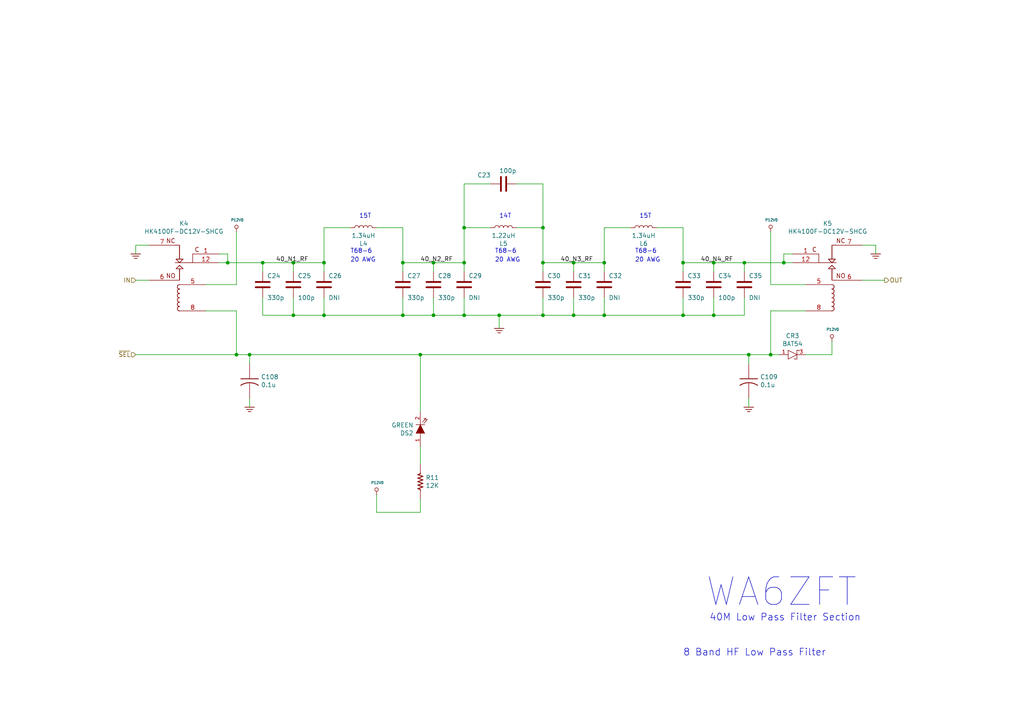
<source format=kicad_sch>
(kicad_sch (version 20211123) (generator eeschema)
  (paper "A4")
  (title_block (rev "X4"))
  (lib_symbols
    (symbol "Device:C" (pin_numbers hide) (pin_names (offset 0.254))
      (property "Reference" "C" (at 0.635 2.54 0))
      (property "Value" "C" (at 0.635 -2.54 0))
      (symbol "C_0_1"
        (polyline (pts (xy -2.032 -0.762) (xy 2.032 -0.762)) (stroke (width 0.508)))
        (polyline (pts (xy -2.032 0.762) (xy 2.032 0.762)) (stroke (width 0.508)))
      )
      (symbol "C_1_1"
        (pin passive line (at 0 3.81 270) (length 2.794) (name "~") (number "1"))
        (pin passive line (at 0 -3.81 90) (length 2.794) (name "~") (number "2"))
      )
    )
    (symbol "Device:L" (pin_numbers hide) (pin_names (offset 1.016) hide)
      (property "Reference" "L" (at -1.27 0 90))
      (property "Value" "L" (at 1.905 0 90))
      (symbol "L_0_1"
        (arc (start 0 -2.54) (mid 0.635 -1.905) (end 0 -1.27))
        (arc (start 0 -1.27) (mid 0.635 -0.635) (end 0 0))
        (arc (start 0 0) (mid 0.635 0.635) (end 0 1.27))
        (arc (start 0 1.27) (mid 0.635 1.905) (end 0 2.54))
      )
      (symbol "L_1_1"
        (pin passive line (at 0 3.81 270) (length 1.27) (name "1") (number "1"))
        (pin passive line (at 0 -3.81 90) (length 1.27) (name "2") (number "2"))
      )
    )
    (symbol "custom:BAT54" (pin_names (offset 1.016) hide)
      (property "Reference" "CR" (at -2.286 1.905 0))
      (property "Value" "BAT54" (at -2.286 -3.429 0))
      (symbol "BAT54_1_0"
        (polyline (pts (xy -1.27 -1.27) (xy 1.27 0)))
        (polyline (pts (xy -1.27 1.27) (xy -1.27 -1.27)))
        (polyline (pts (xy 0.635 -1.016) (xy 0.635 -1.27)))
        (polyline (pts (xy 1.27 -1.27) (xy 0.635 -1.27)))
        (polyline (pts (xy 1.27 0) (xy -1.27 1.27)))
        (polyline (pts (xy 1.27 0) (xy 1.27 -1.27)))
        (polyline (pts (xy 1.27 1.27) (xy 1.27 0)))
        (polyline (pts (xy 1.905 1.27) (xy 1.27 1.27)))
        (polyline (pts (xy 1.905 1.27) (xy 1.905 1.016)))
      )
      (symbol "BAT54_1_1"
        (pin passive line (at -3.81 0 0) (length 2.54) (name "A") (number "1"))
        (pin no_connect line (at -1.27 -5.08 0) (length 5.08) hide (name "") (number "2"))
        (pin passive line (at 3.81 0 180) (length 2.54) (name "C") (number "3"))
      )
    )
    (symbol "custom:C_US" (pin_numbers hide) (pin_names (offset 0.254) hide)
      (property "Reference" "C" (at 1.27 2.54 0))
      (property "Value" "C_US" (at 1.27 -2.54 0))
      (symbol "C_US_0_1"
        (polyline (pts (xy -2.54 0.635) (xy 2.54 0.635) (xy 2.54 0.635)) (stroke (width 0.254)))
        (arc (start 2.54 -1.27) (mid 0 -0.5009) (end -2.54 -1.27) (stroke (width 0.254)))
      )
      (symbol "C_US_1_1"
        (pin passive line (at 0 5.08 270) (length 4.445) (name "~") (number "1"))
        (pin passive line (at 0 -5.08 90) (length 4.445) (name "~") (number "2"))
      )
    )
    (symbol "custom:GND_US" (power) (pin_names (offset 0))
      (symbol "GND_US_0_1"
        (polyline (pts (xy -1.397 0) (xy 1.397 0)) (stroke (width 0.2032)))
        (polyline (pts (xy -0.889 -0.635) (xy 0.889 -0.635)) (stroke (width 0.2032)))
        (polyline (pts (xy -0.381 -1.27) (xy 0.381 -1.27)) (stroke (width 0.2032)))
      )
      (symbol "GND_US_1_1"
        (pin power_in line (at 0 0 90) (length 0) hide (name "GND") (number "1"))
      )
    )
    (symbol "custom:LEDGRN-SAR" (pin_names (offset 1.016) hide)
      (property "Reference" "DS" (at 0 2.54 0))
      (property "Value" "LEDGRN-SAR" (at 0 -2.54 0))
      (symbol "LEDGRN-SAR_0_1"
        (polyline (pts (xy 1.27 1.27) (xy 1.27 -1.27)))
        (polyline (pts (xy -1.27 1.27) (xy 1.27 0) (xy -1.27 -1.27)) (fill (type outline)))
        (polyline (pts (xy 1.651 -1.016) (xy 2.794 -2.032) (xy 2.667 -1.397)))
        (polyline (pts (xy 2.032 -0.635) (xy 3.175 -1.651) (xy 3.048 -1.016)))
      )
      (symbol "LEDGRN-SAR_1_1"
        (pin passive line (at -5.08 0 0) (length 3.81) (name "A") (number "1"))
        (pin passive line (at 5.08 0 180) (length 3.81) (name "K") (number "2"))
      )
    )
    (symbol "custom:P12V0" (power) (pin_names (offset 0))
      (property "Value" "P12V0" (at 0 2.794 0))
      (symbol "P12V0_0_0"
        (pin power_in line (at 0 0 90) (length 0) hide (name "P12V0") (number "1"))
      )
      (symbol "P12V0_0_1"
        (polyline (pts (xy 0 0) (xy 0 1.016) (xy 0 1.016)))
        (circle (center 0 1.524) (radius 0.508))
      )
    )
    (symbol "custom:RELAY_SPDT_HK4100F_SERIES" (pin_names (offset 1.016))
      (property "Reference" "K" (at 0 -17.78 0))
      (property "Value" "RELAY_SPDT_HK4100F_SERIES" (at -1.27 8.89 0))
      (symbol "RELAY_SPDT_HK4100F_SERIES_0_0"
        (text "C" (at -2.54 3.81 0) (effects (font (size 1.27 1.27))))
        (text "NC" (at 5.08 6.35 0) (effects (font (size 1.27 1.27))))
        (text "NO" (at 5.08 -3.81 0) (effects (font (size 1.27 1.27))))
      )
      (symbol "RELAY_SPDT_HK4100F_SERIES_0_1"
        (polyline (pts (xy -1.27 2.54) (xy -1.27 0)))
      )
      (symbol "RELAY_SPDT_HK4100F_SERIES_1_1"
        (polyline (pts (xy -1.27 0) (xy 2.54 0)))
        (polyline (pts (xy -1.27 0) (xy 2.54 0)))
        (polyline (pts (xy 1.524 -1.7526) (xy 3.5306 -1.7526)))
        (polyline (pts (xy 1.524 -1.7526) (xy 3.5306 -1.7526)))
        (polyline (pts (xy 1.524 1.0414) (xy 3.5306 1.0414)))
        (polyline (pts (xy 1.524 1.0414) (xy 3.5306 1.0414)))
        (polyline (pts (xy 2.54 -2.54) (xy 2.54 -2.032)))
        (polyline (pts (xy 2.54 -2.54) (xy 2.54 -2.032)))
        (polyline (pts (xy 2.54 -2.032) (xy 2.54 -1.7526)))
        (polyline (pts (xy 2.54 -2.032) (xy 2.54 -1.7526)))
        (polyline (pts (xy 2.54 -0.762) (xy 1.524 -1.7526)))
        (polyline (pts (xy 2.54 -0.762) (xy 1.524 -1.7526)))
        (polyline (pts (xy 2.54 0) (xy 1.524 1.0414)))
        (polyline (pts (xy 2.54 0) (xy 1.524 1.0414)))
        (polyline (pts (xy 2.54 0) (xy 3.81 0)))
        (polyline (pts (xy 2.54 0) (xy 3.81 0)))
        (polyline (pts (xy 2.54 2.54) (xy 2.54 1.0414)))
        (polyline (pts (xy 2.54 2.54) (xy 2.54 1.0414)))
        (polyline (pts (xy 3.5306 -1.7526) (xy 2.54 -0.762)))
        (polyline (pts (xy 3.5306 -1.7526) (xy 2.54 -0.762)))
        (polyline (pts (xy 3.5306 1.0414) (xy 2.54 0)))
        (polyline (pts (xy 3.5306 1.0414) (xy 2.54 0)))
        (polyline (pts (xy 3.81 -5.08) (xy 2.54 -5.08) (xy 2.54 -2.54)))
        (polyline (pts (xy 3.81 -5.08) (xy 2.54 -5.08) (xy 2.54 -2.54)))
        (polyline (pts (xy 3.81 5.08) (xy 2.54 5.08) (xy 2.54 2.54)))
        (polyline (pts (xy 3.81 5.08) (xy 2.54 5.08) (xy 2.54 2.54)))
        (arc (start 2.54 -13.97) (mid 3.175 -13.335) (end 2.54 -12.7))
        (arc (start 2.54 -13.97) (mid 3.175 -13.335) (end 2.54 -12.7))
        (arc (start 2.54 -12.7) (mid 3.175 -12.065) (end 2.54 -11.43))
        (arc (start 2.54 -12.7) (mid 3.175 -12.065) (end 2.54 -11.43))
        (arc (start 2.54 -11.43) (mid 3.175 -10.795) (end 2.54 -10.16))
        (arc (start 2.54 -11.43) (mid 3.175 -10.795) (end 2.54 -10.16))
        (arc (start 2.54 -10.16) (mid 3.175 -9.525) (end 2.54 -8.89))
        (arc (start 2.54 -10.16) (mid 3.175 -9.525) (end 2.54 -8.89))
        (arc (start 2.54 -8.89) (mid 3.175 -8.255) (end 2.54 -7.62))
        (arc (start 2.54 -8.89) (mid 3.175 -8.255) (end 2.54 -7.62))
        (arc (start 2.54 -7.62) (mid 3.175 -6.985) (end 2.54 -6.35))
        (arc (start 2.54 -7.62) (mid 3.175 -6.985) (end 2.54 -6.35))
        (pin passive line (at -8.89 2.54 0) (length 7.62) (name "~") (number "1"))
        (pin passive line (at -8.89 0 0) (length 7.62) (name "~") (number "12"))
        (pin passive line (at -5.08 -6.35 0) (length 7.62) (name "~") (number "5"))
        (pin passive line (at 11.43 -5.08 180) (length 7.62) (name "~") (number "6"))
        (pin passive line (at 11.43 5.08 180) (length 7.62) (name "~") (number "7"))
        (pin passive line (at -5.08 -13.97 0) (length 7.62) (name "~") (number "8"))
      )
    )
    (symbol "custom:R_US" (pin_numbers hide) (pin_names (offset 1.016) hide)
      (property "Reference" "R" (at 2.032 0 90))
      (property "Value" "R_US" (at -2.032 0 90))
      (symbol "R_US_0_0"
        (polyline (pts (xy 0 -2.54) (xy 0 -2.54) (xy 0 -2.286) (xy -0.762 -2.032) (xy 0.762 -1.524) (xy -0.762 -1.016) (xy 0.762 -0.508) (xy -0.762 0) (xy 0.762 0.508) (xy -0.762 1.016) (xy 0.762 1.524) (xy -0.762 2.032) (xy 0 2.286) (xy 0 2.54) (xy 0 2.54)) (stroke (width 0.254)))
      )
      (symbol "R_US_1_1"
        (pin passive line (at 0 5.08 270) (length 2.54) (name "~") (number "1"))
        (pin passive line (at 0 -5.08 90) (length 2.54) (name "~") (number "2"))
      )
    )
  )
  (junction (at 217.17 102.87))
  (junction (at 215.9 76.2))
  (junction (at 157.48 76.2))
  (junction (at 198.12 91.44))
  (junction (at 93.98 76.2))
  (junction (at 166.37 91.44))
  (junction (at 68.58 102.87))
  (junction (at 227.33 76.2))
  (junction (at 207.01 76.2))
  (junction (at 93.98 91.44))
  (junction (at 85.09 91.44))
  (junction (at 134.62 66.04))
  (junction (at 125.73 91.44))
  (junction (at 157.48 66.04))
  (junction (at 66.04 76.2))
  (junction (at 144.78 91.44))
  (junction (at 198.12 76.2))
  (junction (at 175.26 76.2))
  (junction (at 134.62 91.44))
  (junction (at 116.84 76.2))
  (junction (at 116.84 91.44))
  (junction (at 76.2 76.2))
  (junction (at 207.01 91.44))
  (junction (at 121.92 102.87))
  (junction (at 85.09 76.2))
  (junction (at 72.39 102.87))
  (junction (at 125.73 76.2))
  (junction (at 223.52 102.87))
  (junction (at 134.62 76.2))
  (junction (at 166.37 76.2))
  (junction (at 175.26 91.44))
  (junction (at 157.48 91.44))
  (wire (pts (xy 93.98 76.2) (xy 93.98 78.74)))
  (wire (pts (xy 229.87 76.2) (xy 227.33 76.2)))
  (wire (pts (xy 157.48 86.36) (xy 157.48 91.44)))
  (wire (pts (xy 190.5 66.04) (xy 198.12 66.04)))
  (wire (pts (xy 157.48 91.44) (xy 166.37 91.44)))
  (wire (pts (xy 144.78 91.44) (xy 157.48 91.44)))
  (wire (pts (xy 63.5 76.2) (xy 66.04 76.2)))
  (wire (pts (xy 63.5 73.66) (xy 66.04 73.66)))
  (wire (pts (xy 121.92 129.54) (xy 121.92 134.62)))
  (wire (pts (xy 125.73 86.36) (xy 125.73 91.44)))
  (wire (pts (xy 121.92 102.87) (xy 217.17 102.87)))
  (wire (pts (xy 215.9 78.74) (xy 215.9 76.2)))
  (wire (pts (xy 233.68 102.87) (xy 241.3 102.87)))
  (wire (pts (xy 207.01 78.74) (xy 207.01 76.2)))
  (wire (pts (xy 125.73 78.74) (xy 125.73 76.2)))
  (wire (pts (xy 157.48 66.04) (xy 157.48 76.2)))
  (wire (pts (xy 166.37 86.36) (xy 166.37 91.44)))
  (wire (pts (xy 125.73 76.2) (xy 134.62 76.2)))
  (wire (pts (xy 93.98 86.36) (xy 93.98 91.44)))
  (wire (pts (xy 223.52 102.87) (xy 223.52 90.17)))
  (wire (pts (xy 217.17 115.57) (xy 217.17 118.11)))
  (wire (pts (xy 116.84 76.2) (xy 116.84 78.74)))
  (wire (pts (xy 175.26 86.36) (xy 175.26 91.44)))
  (wire (pts (xy 198.12 86.36) (xy 198.12 91.44)))
  (wire (pts (xy 175.26 66.04) (xy 175.26 76.2)))
  (wire (pts (xy 250.19 71.12) (xy 254 71.12)))
  (wire (pts (xy 68.58 82.55) (xy 68.58 67.31)))
  (wire (pts (xy 68.58 102.87) (xy 72.39 102.87)))
  (wire (pts (xy 72.39 105.41) (xy 72.39 102.87)))
  (wire (pts (xy 59.69 82.55) (xy 68.58 82.55)))
  (wire (pts (xy 207.01 86.36) (xy 207.01 91.44)))
  (wire (pts (xy 116.84 66.04) (xy 116.84 76.2)))
  (wire (pts (xy 198.12 76.2) (xy 198.12 66.04)))
  (wire (pts (xy 109.22 66.04) (xy 116.84 66.04)))
  (wire (pts (xy 227.33 76.2) (xy 215.9 76.2)))
  (wire (pts (xy 85.09 78.74) (xy 85.09 76.2)))
  (wire (pts (xy 226.06 102.87) (xy 223.52 102.87)))
  (wire (pts (xy 198.12 78.74) (xy 198.12 76.2)))
  (wire (pts (xy 43.18 71.12) (xy 39.37 71.12)))
  (wire (pts (xy 68.58 90.17) (xy 68.58 102.87)))
  (wire (pts (xy 198.12 91.44) (xy 207.01 91.44)))
  (wire (pts (xy 134.62 78.74) (xy 134.62 76.2)))
  (wire (pts (xy 207.01 76.2) (xy 198.12 76.2)))
  (wire (pts (xy 142.24 66.04) (xy 134.62 66.04)))
  (wire (pts (xy 93.98 91.44) (xy 116.84 91.44)))
  (wire (pts (xy 157.48 53.34) (xy 157.48 66.04)))
  (wire (pts (xy 215.9 76.2) (xy 207.01 76.2)))
  (wire (pts (xy 134.62 66.04) (xy 134.62 76.2)))
  (wire (pts (xy 116.84 86.36) (xy 116.84 91.44)))
  (wire (pts (xy 66.04 76.2) (xy 76.2 76.2)))
  (wire (pts (xy 254 71.12) (xy 254 73.66)))
  (wire (pts (xy 43.18 81.28) (xy 39.37 81.28)))
  (wire (pts (xy 134.62 86.36) (xy 134.62 91.44)))
  (wire (pts (xy 166.37 91.44) (xy 175.26 91.44)))
  (wire (pts (xy 157.48 76.2) (xy 157.48 78.74)))
  (wire (pts (xy 66.04 73.66) (xy 66.04 76.2)))
  (wire (pts (xy 121.92 148.59) (xy 109.22 148.59)))
  (wire (pts (xy 116.84 91.44) (xy 125.73 91.44)))
  (wire (pts (xy 149.86 66.04) (xy 157.48 66.04)))
  (wire (pts (xy 223.52 90.17) (xy 233.68 90.17)))
  (wire (pts (xy 76.2 86.36) (xy 76.2 91.44)))
  (wire (pts (xy 215.9 91.44) (xy 215.9 86.36)))
  (wire (pts (xy 109.22 148.59) (xy 109.22 143.51)))
  (wire (pts (xy 101.6 66.04) (xy 93.98 66.04)))
  (wire (pts (xy 250.19 81.28) (xy 256.54 81.28)))
  (wire (pts (xy 93.98 66.04) (xy 93.98 76.2)))
  (wire (pts (xy 217.17 102.87) (xy 223.52 102.87)))
  (wire (pts (xy 142.24 53.34) (xy 134.62 53.34)))
  (wire (pts (xy 121.92 144.78) (xy 121.92 148.59)))
  (wire (pts (xy 72.39 102.87) (xy 121.92 102.87)))
  (wire (pts (xy 121.92 119.38) (xy 121.92 102.87)))
  (wire (pts (xy 76.2 78.74) (xy 76.2 76.2)))
  (wire (pts (xy 76.2 76.2) (xy 85.09 76.2)))
  (wire (pts (xy 72.39 115.57) (xy 72.39 118.11)))
  (wire (pts (xy 175.26 76.2) (xy 175.26 78.74)))
  (wire (pts (xy 223.52 82.55) (xy 223.52 67.31)))
  (wire (pts (xy 149.86 53.34) (xy 157.48 53.34)))
  (wire (pts (xy 134.62 53.34) (xy 134.62 66.04)))
  (wire (pts (xy 229.87 73.66) (xy 227.33 73.66)))
  (wire (pts (xy 233.68 82.55) (xy 223.52 82.55)))
  (wire (pts (xy 175.26 76.2) (xy 166.37 76.2)))
  (wire (pts (xy 39.37 71.12) (xy 39.37 73.66)))
  (wire (pts (xy 227.33 73.66) (xy 227.33 76.2)))
  (wire (pts (xy 85.09 91.44) (xy 93.98 91.44)))
  (wire (pts (xy 241.3 102.87) (xy 241.3 99.06)))
  (wire (pts (xy 217.17 105.41) (xy 217.17 102.87)))
  (wire (pts (xy 166.37 76.2) (xy 157.48 76.2)))
  (wire (pts (xy 144.78 95.25) (xy 144.78 91.44)))
  (wire (pts (xy 182.88 66.04) (xy 175.26 66.04)))
  (wire (pts (xy 76.2 91.44) (xy 85.09 91.44)))
  (wire (pts (xy 207.01 91.44) (xy 215.9 91.44)))
  (wire (pts (xy 166.37 78.74) (xy 166.37 76.2)))
  (wire (pts (xy 85.09 86.36) (xy 85.09 91.44)))
  (wire (pts (xy 59.69 90.17) (xy 68.58 90.17)))
  (wire (pts (xy 175.26 91.44) (xy 198.12 91.44)))
  (wire (pts (xy 116.84 76.2) (xy 125.73 76.2)))
  (wire (pts (xy 125.73 91.44) (xy 134.62 91.44)))
  (wire (pts (xy 68.58 102.87) (xy 39.37 102.87)))
  (wire (pts (xy 134.62 91.44) (xy 144.78 91.44)))
  (wire (pts (xy 85.09 76.2) (xy 93.98 76.2)))
  (text "T68-6" (at 143.51 73.66 0) (effects (font (size 1.27 1.27)) (justify left bottom)))
  (text "T68-6" (at 184.15 73.66 0) (effects (font (size 1.27 1.27)) (justify left bottom)))
  (text "40M Low Pass Filter Section" (at 205.74 180.34 0) (effects (font (size 2.0066 2.0066)) (justify left bottom)))
  (text "15T" (at 104.14 63.5 0) (effects (font (size 1.27 1.27)) (justify left bottom)))
  (text "T68-6" (at 101.6 73.66 0) (effects (font (size 1.27 1.27)) (justify left bottom)))
  (text "8 Band HF Low Pass Filter" (at 198.12 190.5 0) (effects (font (size 2.0066 2.0066)) (justify left bottom)))
  (text "20 AWG" (at 143.51 76.2 0) (effects (font (size 1.27 1.27)) (justify left bottom)))
  (text "WA6ZFT" (at 204.47 176.53 0) (effects (font (size 8.001 8.001)) (justify left bottom)))
  (text "20 AWG" (at 101.6 76.2 0) (effects (font (size 1.27 1.27)) (justify left bottom)))
  (text "14T" (at 144.78 63.5 0) (effects (font (size 1.27 1.27)) (justify left bottom)))
  (text "20 AWG" (at 184.15 76.2 0) (effects (font (size 1.27 1.27)) (justify left bottom)))
  (text "15T\n" (at 185.42 63.5 0) (effects (font (size 1.27 1.27)) (justify left bottom)))
  (label "40_N4_RF" (at 203.2 76.2 0))
  (label "40_N3_RF" (at 162.56 76.2 0))
  (label "40_N2_RF" (at 121.92 76.2 0))
  (label "40_N1_RF" (at 80.01 76.2 0))
  (hierarchical_label "IN" (shape input) (at 39.37 81.28 180))
  (hierarchical_label "OUT" (shape output) (at 256.54 81.28 0))
  (hierarchical_label "~{SEL}" (shape input) (at 39.37 102.87 180))
  (symbol (lib_id "Device:L") (at 146.05 66.04 90) (unit 1)
    (property "Reference" "L5" (at 146.05 70.6374 90))
    (property "Value" "1.22uH" (at 146.05 68.326 90))
    (property "Footprint" "mods:TOROID_T68_VERT" (effects hide))
    (property "PartNumber" "800234-686" (effects hide))
  )
  (symbol (lib_id "Device:L") (at 186.69 66.04 90) (unit 1)
    (property "Reference" "L6" (at 186.69 70.6374 90))
    (property "Value" "1.34uH" (at 186.69 68.326 90))
    (property "Footprint" "mods:TOROID_T68_VERT" (effects hide))
    (property "PartNumber" "800234-686" (effects hide))
  )
  (symbol (lib_id "Device:L") (at 105.41 66.04 90) (unit 1)
    (property "Reference" "L4" (at 105.41 70.6374 90))
    (property "Value" "1.34uH" (at 105.41 68.326 90))
    (property "Footprint" "mods:TOROID_T68_VERT" (effects hide))
    (property "PartNumber" "800234-686" (effects hide))
  )
  (symbol (lib_id "custom:GND_US") (at 144.78 95.25 0) (unit 1)
    (property "Reference" "#PWR0128" (effects hide))
    (property "Value" "GND_US" (effects hide))
  )
  (symbol (lib_id "custom:GND_US") (at 39.37 73.66 0) (unit 1)
    (property "Reference" "#PWR0129" (effects hide))
    (property "Value" "GND_US" (effects hide))
  )
  (symbol (lib_id "custom:GND_US") (at 254 73.66 0) (unit 1)
    (property "Reference" "#PWR0130" (effects hide))
    (property "Value" "GND_US" (effects hide))
  )
  (symbol (lib_id "custom:P12V0") (at 68.58 67.31 0) (unit 1)
    (property "Reference" "#PWR0131" (effects hide))
    (property "Value" "P12V0" (at 68.8086 63.8048 0) (effects (font (size 0.762 0.762))))
  )
  (symbol (lib_id "custom:P12V0") (at 223.52 67.31 0) (unit 1)
    (property "Reference" "#PWR0132" (effects hide))
    (property "Value" "P12V0" (at 223.7486 63.8048 0) (effects (font (size 0.762 0.762))))
  )
  (symbol (lib_id "custom:BAT54") (at 229.87 102.87 0) (unit 1)
    (property "Reference" "CR3" (at 229.87 97.409 0))
    (property "Value" "BAT54" (at 229.87 99.7204 0))
    (property "Footprint" "mods:SOT23-3-SAR-V2" (effects hide))
    (property "PartNumber" "800127-101" (effects hide))
  )
  (symbol (lib_id "custom:P12V0") (at 241.3 99.06 0) (unit 1)
    (property "Reference" "#PWR0133" (effects hide))
    (property "Value" "P12V0" (at 241.5286 95.5548 0) (effects (font (size 0.762 0.762))))
  )
  (symbol (lib_id "Device:C") (at 93.98 82.55 0) (unit 1)
    (property "Reference" "C26" (at 95.25 80.01 0) (effects (justify left)))
    (property "Value" "DNI" (at 95.25 86.36 0) (effects (justify left)))
    (property "Footprint" "mods:CC0805" (effects hide))
    (property "PartNumber" "800XXX-XXX" (effects hide))
  )
  (symbol (lib_id "Device:C") (at 85.09 82.55 0) (unit 1)
    (property "Reference" "C25" (at 86.36 80.01 0) (effects (justify left)))
    (property "Value" "100p" (at 86.36 86.36 0) (effects (justify left)))
    (property "Footprint" "mods:CC0805" (effects hide))
    (property "PartNumber" "800232-101" (effects hide))
  )
  (symbol (lib_id "Device:C") (at 76.2 82.55 0) (unit 1)
    (property "Reference" "C24" (at 77.47 80.01 0) (effects (justify left)))
    (property "Value" "330p" (at 77.47 86.36 0) (effects (justify left)))
    (property "Footprint" "mods:CC0805" (effects hide))
    (property "PartNumber" "800232-331" (effects hide))
  )
  (symbol (lib_id "Device:C") (at 146.05 53.34 270) (unit 1)
    (property "Reference" "C23" (at 138.43 50.8 90) (effects (justify left)))
    (property "Value" "100p" (at 144.78 49.53 90) (effects (justify left)))
    (property "Footprint" "mods:CC0805" (effects hide))
    (property "PartNumber" "800232-101" (effects hide))
  )
  (symbol (lib_id "custom:LEDGRN-SAR") (at 121.92 124.46 90) (unit 1)
    (property "Reference" "DS2" (at 119.9388 125.6284 90) (effects (justify left)))
    (property "Value" "GREEN" (at 119.9388 123.317 90) (effects (justify left)))
    (property "Footprint" "LED0805" (effects hide))
    (property "PartNumber" "800113-102" (effects hide))
  )
  (symbol (lib_id "custom:R_US") (at 121.92 139.7 0) (unit 1)
    (property "Reference" "R11" (at 123.444 138.5316 0) (effects (justify left)))
    (property "Value" "12K" (at 123.444 140.843 0) (effects (justify left)))
    (property "Footprint" "mods:RC0805" (effects hide))
    (property "PartNumber" "800XXX-XXX" (effects hide))
  )
  (symbol (lib_id "custom:P12V0") (at 109.22 143.51 0) (unit 1)
    (property "Reference" "#PWR0134" (effects hide))
    (property "Value" "P12V0" (at 109.4486 140.0048 0) (effects (font (size 0.762 0.762))))
  )
  (symbol (lib_id "custom:RELAY_SPDT_HK4100F_SERIES") (at 54.61 76.2 0) (mirror y) (unit 1)
    (property "Reference" "K4" (at 53.34 64.8208 0))
    (property "Value" "HK4100F-DC12V-SHCG" (at 53.34 67.1322 0))
    (property "Footprint" "mods:RELAY_HK4100" (effects hide))
    (property "PartNumber" "800231-101" (effects hide))
  )
  (symbol (lib_id "custom:RELAY_SPDT_HK4100F_SERIES") (at 238.76 76.2 0) (unit 1)
    (property "Reference" "K5" (at 240.03 64.8208 0))
    (property "Value" "HK4100F-DC12V-SHCG" (at 240.03 67.1322 0))
    (property "Footprint" "mods:RELAY_HK4100" (effects hide))
    (property "PartNumber" "800231-101" (effects hide))
  )
  (symbol (lib_id "Device:C") (at 134.62 82.55 0) (unit 1)
    (property "Reference" "C29" (at 135.89 80.01 0) (effects (justify left)))
    (property "Value" "DNI" (at 135.89 86.36 0) (effects (justify left)))
    (property "Footprint" "mods:CC0805" (effects hide))
    (property "PartNumber" "800XXX-XXX" (effects hide))
  )
  (symbol (lib_id "Device:C") (at 175.26 82.55 0) (unit 1)
    (property "Reference" "C32" (at 176.53 80.01 0) (effects (justify left)))
    (property "Value" "DNI" (at 176.53 86.36 0) (effects (justify left)))
    (property "Footprint" "mods:CC0805" (effects hide))
    (property "PartNumber" "800XXX-XXX" (effects hide))
  )
  (symbol (lib_id "Device:C") (at 215.9 82.55 0) (unit 1)
    (property "Reference" "C35" (at 217.17 80.01 0) (effects (justify left)))
    (property "Value" "DNI" (at 217.17 86.36 0) (effects (justify left)))
    (property "Footprint" "mods:CC0805" (effects hide))
    (property "PartNumber" "800XXX-XXX" (effects hide))
  )
  (symbol (lib_id "Device:C") (at 116.84 82.55 0) (unit 1)
    (property "Reference" "C27" (at 118.11 80.01 0) (effects (justify left)))
    (property "Value" "330p" (at 118.11 86.36 0) (effects (justify left)))
    (property "Footprint" "mods:CC0805" (effects hide))
    (property "PartNumber" "800232-331" (effects hide))
  )
  (symbol (lib_id "Device:C") (at 125.73 82.55 0) (unit 1)
    (property "Reference" "C28" (at 127 80.01 0) (effects (justify left)))
    (property "Value" "330p" (at 127 86.36 0) (effects (justify left)))
    (property "Footprint" "mods:CC0805" (effects hide))
    (property "PartNumber" "800232-331" (effects hide))
  )
  (symbol (lib_id "Device:C") (at 157.48 82.55 0) (unit 1)
    (property "Reference" "C30" (at 158.75 80.01 0) (effects (justify left)))
    (property "Value" "330p" (at 158.75 86.36 0) (effects (justify left)))
    (property "Footprint" "mods:CC0805" (effects hide))
    (property "PartNumber" "800232-331" (effects hide))
  )
  (symbol (lib_id "Device:C") (at 166.37 82.55 0) (unit 1)
    (property "Reference" "C31" (at 167.64 80.01 0) (effects (justify left)))
    (property "Value" "330p" (at 167.64 86.36 0) (effects (justify left)))
    (property "Footprint" "mods:CC0805" (effects hide))
    (property "PartNumber" "800232-331" (effects hide))
  )
  (symbol (lib_id "Device:C") (at 198.12 82.55 0) (unit 1)
    (property "Reference" "C33" (at 199.39 80.01 0) (effects (justify left)))
    (property "Value" "330p" (at 199.39 86.36 0) (effects (justify left)))
    (property "Footprint" "mods:CC0805" (effects hide))
    (property "PartNumber" "800232-331" (effects hide))
  )
  (symbol (lib_id "Device:C") (at 207.01 82.55 0) (unit 1)
    (property "Reference" "C34" (at 208.28 80.01 0) (effects (justify left)))
    (property "Value" "100p" (at 208.28 86.36 0) (effects (justify left)))
    (property "Footprint" "mods:CC0805" (effects hide))
    (property "PartNumber" "800232-101" (effects hide))
  )
  (symbol (lib_id "custom:C_US") (at 72.39 110.49 0) (unit 1)
    (property "Reference" "C108" (at 75.692 109.3216 0) (effects (justify left)))
    (property "Value" "0.1u" (at 75.692 111.633 0) (effects (justify left)))
    (property "Footprint" "mods:CC0805" (effects hide))
    (property "PartNumber" "800063-XXX" (effects hide))
  )
  (symbol (lib_id "custom:GND_US") (at 72.39 118.11 0) (unit 1)
    (property "Reference" "#PWR0180" (effects hide))
    (property "Value" "GND_US" (effects hide))
  )
  (symbol (lib_id "custom:C_US") (at 217.17 110.49 0) (unit 1)
    (property "Reference" "C109" (at 220.472 109.3216 0) (effects (justify left)))
    (property "Value" "0.1u" (at 220.472 111.633 0) (effects (justify left)))
    (property "Footprint" "mods:CC0805" (effects hide))
    (property "PartNumber" "800063-XXX" (effects hide))
  )
  (symbol (lib_id "custom:GND_US") (at 217.17 118.11 0) (unit 1)
    (property "Reference" "#PWR0181" (effects hide))
    (property "Value" "GND_US" (effects hide))
  )
)
</source>
